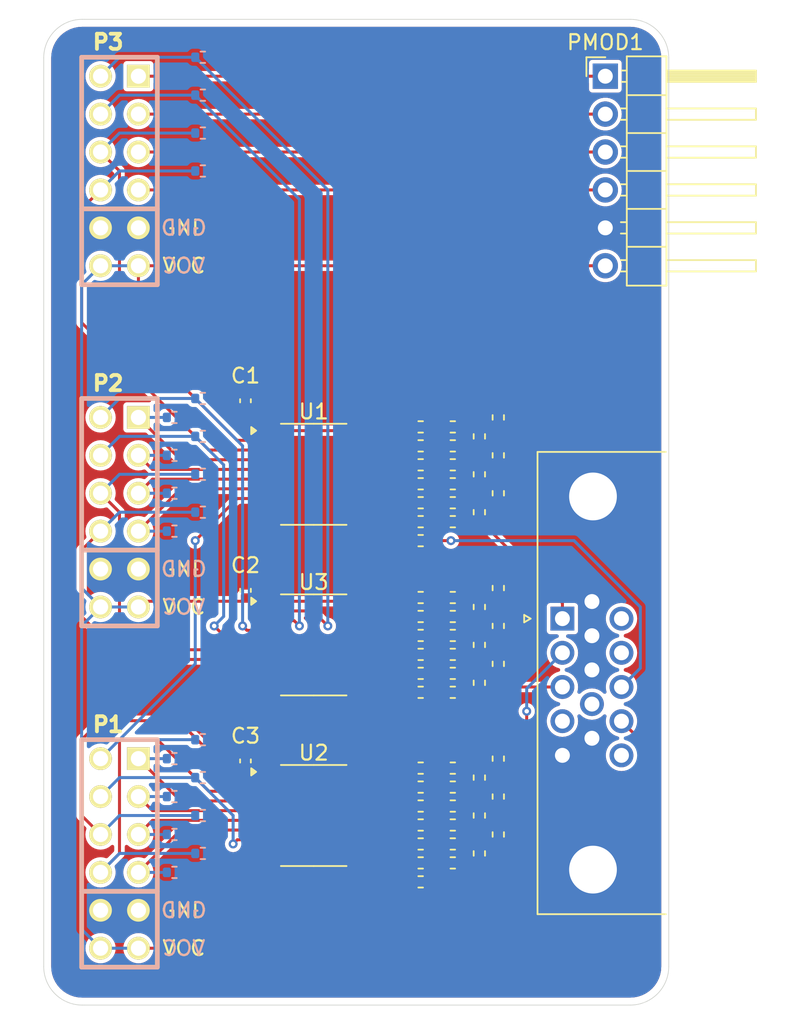
<source format=kicad_pcb>
(kicad_pcb (version 20240108) (generator "pcbnew") (generator_version "8.0")
  (layers (0 "F.Cu" signal) (31 "B.Cu" signal) (34 "B.Paste" user) (35 "F.Paste" user) (36 "B.SilkS" user "B.Silkscreen") (37 "F.SilkS" user "F.Silkscreen") (38 "B.Mask" user) (39 "F.Mask" user) (44 "Edge.Cuts" user))
  (net 0 "")
  (net 1 "/GND")
  (net 2 "/VCC")
  (net 3 "/R5")
  (net 4 "/R2")
  (net 5 "/R4")
  (net 6 "/R3")
  (net 7 "/R1")
  (net 8 "/R0")
  (net 10 "/B")
  (net 11 "Net-(J5-Pad14)")
  (net 12 "/G")
  (net 13 "/R")
  (net 18 "Net-(J5-Pad13)")
  (net 19 "/HS")
  (net 20 "Net-(R21-Pad1)")
  (net 21 "Net-(R22-Pad1)")
  (net 22 "Net-(R23-Pad1)")
  (net 23 "Net-(R24-Pad1)")
  (net 24 "Net-(R25-Pad1)")
  (net 25 "Net-(R27-Pad1)")
  (net 26 "Net-(R28-Pad1)")
  (net 27 "Net-(R29-Pad1)")
  (net 28 "Net-(R30-Pad1)")
  (net 29 "Net-(R31-Pad1)")
  (net 30 "Net-(R33-Pad1)")
  (net 31 "Net-(R34-Pad1)")
  (net 32 "Net-(R35-Pad1)")
  (net 33 "Net-(R36-Pad1)")
  (net 34 "Net-(R37-Pad1)")
  (net 35 "/BUF_HS")
  (net 36 "/BUF_VS")
  (net 37 "/BUF_R5")
  (net 38 "Net-(R41-Pad1)")
  (net 39 "/BUF_R4")
  (net 40 "Net-(R43-Pad1)")
  (net 41 "Net-(R45-Pad1)")
  (net 42 "/BUF_R3")
  (net 43 "/BUF_R2")
  (net 44 "Net-(R47-Pad1)")
  (net 45 "Net-(R49-Pad1)")
  (net 46 "/BUF_R1")
  (net 47 "/BUF_R0")
  (net 48 "Net-(R51-Pad1)")
  (net 49 "/BUF_G5")
  (net 50 "Net-(R53-Pad1)")
  (net 51 "/BUF_G4")
  (net 52 "Net-(R55-Pad1)")
  (net 53 "/BUF_G3")
  (net 54 "Net-(R57-Pad1)")
  (net 55 "Net-(R59-Pad1)")
  (net 56 "/BUF_G2")
  (net 57 "/BUF_G1")
  (net 58 "Net-(R61-Pad1)")
  (net 59 "Net-(R63-Pad1)")
  (net 60 "/BUF_G0")
  (net 61 "/BUF_B5")
  (net 62 "Net-(R65-Pad1)")
  (net 63 "/BUF_B4")
  (net 64 "Net-(R67-Pad1)")
  (net 65 "/BUF_B3")
  (net 66 "Net-(R69-Pad1)")
  (net 67 "Net-(R71-Pad1)")
  (net 68 "/BUF_B2")
  (net 69 "Net-(R73-Pad1)")
  (net 70 "/BUF_B1")
  (net 71 "/BUF_B0")
  (net 72 "Net-(R75-Pad1)")
  (net 81 "/B3")
  (net 82 "/B5")
  (net 83 "/B4")
  (net 84 "/B2")
  (net 85 "/G5")
  (net 86 "/G4")
  (net 87 "/G3")
  (net 88 "/B1")
  (net 89 "/G2")
  (net 90 "/B0")
  (net 91 "/G1")
  (net 92 "/IO3")
  (net 93 "/IO1")
  (net 94 "/IO2")
  (net 95 "/G0")
  (net 96 "/IO0")
  (net 97 "/VS")
  (footprint "Resistor_SMD:R_0402_1005Metric" (layer "F.Cu") (at 155.3825 93.98 -90)
    (property "Reference" "R21" (hide yes))
    (property "Value" "274")
  )
  (footprint "Connector_Dsub:DSUB-15-HD_Female_Horizontal_P2.29x1.98mm_EdgePinOffset3.03mm_Housed_MountingHolesOffset4.94mm" (layer "F.Cu") (at 160.9525 101.11 90)
    (property "Reference" "J5" (hide yes))
    (property "Value" "DE15_Receptacle_HighDensity_MountingHoles")
  )
  (footprint "Resistor_SMD:R_0402_1005Metric" (layer "F.Cu") (at 151.447499 103.505 180)
    (property "Reference" "R69" (hide yes))
    (property "Value" "274")
  )
  (footprint "Capacitor_SMD:C_0402_1005Metric" (layer "F.Cu") (at 139.7 99.215 -90)
    (property "Reference" "C2")
    (property "Value" "1u")
  )
  (footprint "Resistor_SMD:R_0402_1005Metric" (layer "F.Cu") (at 151.447499 90.805 180)
    (property "Reference" "R47" (hide yes))
    (property "Value" "274")
  )
  (footprint "Resistor_SMD:R_0402_1005Metric" (layer "F.Cu") (at 153.602501 113.665 180)
    (property "Reference" "R60" (hide yes))
    (property "Value" "274")
  )
  (footprint "Resistor_SMD:R_0402_1005Metric" (layer "F.Cu") (at 151.447499 104.775 180)
    (property "Reference" "R67" (hide yes))
    (property "Value" "274")
  )
  (footprint "Package_SO:TSSOP-20_4.4x6.5mm_P0.65mm" (layer "F.Cu") (at 144.275 102.87)
    (property "Reference" "U3")
    (property "Value" "SN74LVC245APW")
  )
  (footprint "pmod-conn_6x2:pmod_pin_array_6x2" (layer "F.Cu") (at 131.2525 71.12)
    (property "Reference" "P3")
    (property "Value" "PMOD-Device-x2-Type-Generic-Alt" (hide yes))
  )
  (footprint "Resistor_SMD:R_0402_1005Metric" (layer "F.Cu") (at 156.6525 92.71 -90)
    (property "Reference" "R22" (hide yes))
    (property "Value" "274")
  )
  (footprint "Resistor_SMD:R_0402_1005Metric" (layer "F.Cu") (at 151.447499 99.695 180)
    (property "Reference" "R75" (hide yes))
    (property "Value" "274")
  )
  (footprint "Resistor_SMD:R_0402_1005Metric" (layer "F.Cu") (at 151.447499 114.935 180)
    (property "Reference" "R57" (hide yes))
    (property "Value" "274")
  )
  (footprint "Resistor_SMD:R_0402_1005Metric" (layer "F.Cu") (at 156.6525 87.63 -90)
    (property "Reference" "R26" (hide yes))
    (property "Value" "274")
  )
  (footprint "Resistor_SMD:R_0402_1005Metric" (layer "F.Cu") (at 151.447499 106.045 180)
    (property "Reference" "R65" (hide yes))
    (property "Value" "274")
  )
  (footprint "Resistor_SMD:R_0402_1005Metric" (layer "F.Cu") (at 153.602501 92.075 180)
    (property "Reference" "R46" (hide yes))
    (property "Value" "274")
  )
  (footprint "Resistor_SMD:R_0402_1005Metric" (layer "F.Cu") (at 151.447499 95.885 180)
    (property "Reference" "R39" (hide yes))
    (property "Value" "274")
  )
  (footprint "Resistor_SMD:R_0402_1005Metric" (layer "F.Cu") (at 151.447499 89.535 180)
    (property "Reference" "R49" (hide yes))
    (property "Value" "274")
  )
  (footprint "Resistor_SMD:R_0402_1005Metric" (layer "F.Cu") (at 153.602501 102.235 180)
    (property "Reference" "R72" (hide yes))
    (property "Value" "274")
  )
  (footprint "Capacitor_SMD:C_0402_1005Metric" (layer "F.Cu") (at 139.7 86.515 -90)
    (property "Reference" "C1")
    (property "Value" "1u")
  )
  (footprint "Resistor_SMD:R_0402_1005Metric" (layer "F.Cu") (at 151.447499 102.235 180)
    (property "Reference" "R71" (hide yes))
    (property "Value" "274")
  )
  (footprint "Resistor_SMD:R_0402_1005Metric" (layer "F.Cu") (at 155.3825 111.76 -90)
    (property "Reference" "R31" (hide yes))
    (property "Value" "274")
  )
  (footprint "Connector_PinHeader_2.54mm:PinHeader_1x06_P2.54mm_Horizontal" (layer "F.Cu") (at 163.83 64.77)
    (property "Reference" "PMOD1")
    (property "Value" "PMOD-Host-x1-GPIO")
  )
  (footprint "Resistor_SMD:R_0402_1005Metric" (layer "F.Cu") (at 156.6525 113.03 -90)
    (property "Reference" "R30" (hide yes))
    (property "Value" "274")
  )
  (footprint "Resistor_SMD:R_0402_1005Metric" (layer "F.Cu") (at 156.6525 104.14 -90)
    (property "Reference" "R34" (hide yes))
    (property "Value" "274")
  )
  (footprint "Resistor_SMD:R_0402_1005Metric" (layer "F.Cu") (at 153.602501 106.045 180)
    (property "Reference" "R66" (hide yes))
    (property "Value" "274")
  )
  (footprint "Resistor_SMD:R_0402_1005Metric" (layer "F.Cu") (at 153.602501 112.395 180)
    (property "Reference" "R62" (hide yes))
    (property "Value" "274")
  )
  (footprint "Resistor_SMD:R_0402_1005Metric" (layer "F.Cu") (at 151.447499 88.265 180)
    (property "Reference" "R51" (hide yes))
    (property "Value" "274")
  )
  (footprint "Resistor_SMD:R_0402_1005Metric" (layer "F.Cu") (at 156.6525 110.49 -90)
    (property "Reference" "R32" (hide yes))
    (property "Value" "274")
  )
  (footprint "Resistor_SMD:R_0402_1005Metric" (layer "F.Cu") (at 151.447499 118.745 180)
    (property "Reference" "R40" (hide yes))
    (property "Value" "274")
  )
  (footprint "Resistor_SMD:R_0402_1005Metric" (layer "F.Cu") (at 156.6525 99.06 -90)
    (property "Reference" "R38" (hide yes))
    (property "Value" "274")
  )
  (footprint "Resistor_SMD:R_0402_1005Metric" (layer "F.Cu") (at 153.602501 99.695 180)
    (property "Reference" "R76" (hide yes))
    (property "Value" "274")
  )
  (footprint "Package_SO:TSSOP-20_4.4x6.5mm_P0.65mm" (layer "F.Cu") (at 144.275 91.44)
    (property "Reference" "U1")
    (property "Value" "SN74LVC245APW")
  )
  (footprint "Capacitor_SMD:C_0402_1005Metric" (layer "F.Cu") (at 139.7 110.645 -90)
    (property "Reference" "C3")
    (property "Value" "1u")
  )
  (footprint "Resistor_SMD:R_0402_1005Metric" (layer "F.Cu") (at 151.447499 113.665 180)
    (property "Reference" "R59" (hide yes))
    (property "Value" "274")
  )
  (footprint "Resistor_SMD:R_0402_1005Metric" (layer "F.Cu") (at 153.6025 100.965 180)
    (property "Reference" "R74" (hide yes))
    (property "Value" "274")
  )
  (footprint "Resistor_SMD:R_0402_1005Metric" (layer "F.Cu") (at 153.602501 89.535 180)
    (property "Reference" "R50" (hide yes))
    (property "Value" "274")
  )
  (footprint "Resistor_SMD:R_0402_1005Metric" (layer "F.Cu") (at 151.447499 111.125 180)
    (property "Reference" "R63" (hide yes))
    (property "Value" "274")
  )
  (footprint "Resistor_SMD:R_0402_1005Metric" (layer "F.Cu") (at 156.6525 90.17 -90)
    (property "Reference" "R24" (hide yes))
    (property "Value" "274")
  )
  (footprint "Resistor_SMD:R_0402_1005Metric" (layer "F.Cu") (at 156.6525 115.57 -90)
    (property "Reference" "R28" (hide yes))
    (property "Value" "274")
  )
  (footprint "Resistor_SMD:R_0402_1005Metric" (layer "F.Cu") (at 153.602501 90.805 180)
    (property "Reference" "R48" (hide yes))
    (property "Value" "274")
  )
  (footprint "Resistor_SMD:R_0402_1005Metric" (layer "F.Cu") (at 153.602501 93.345 180)
    (property "Reference" "R44" (hide yes))
    (property "Value" "274")
  )
  (footprint "Resistor_SMD:R_0402_1005Metric" (layer "F.Cu") (at 155.3825 114.3 -90)
    (property "Reference" "R29" (hide yes))
    (property "Value" "274")
  )
  (footprint "Resistor_SMD:R_0402_1005Metric" (layer "F.Cu") (at 155.3825 91.44 -90)
    (property "Reference" "R23" (hide yes))
    (property "Value" "274")
  )
  (footprint "Resistor_SMD:R_0402_1005Metric" (layer "F.Cu") (at 151.447499 94.615 180)
    (property "Reference" "R41" (hide yes))
    (property "Value" "274")
  )
  (footprint "pmod-conn_6x2:pmod_pin_array_6x2" (layer "F.Cu") (at 131.2525 93.98)
    (property "Reference" "P2")
    (property "Value" "PMOD-Device-x2-Type-Generic-Alt" (hide yes))
  )
  (footprint "Resistor_SMD:R_0402_1005Metric" (layer "F.Cu") (at 151.447499 100.965 180)
    (property "Reference" "R73" (hide yes))
    (property "Value" "274")
  )
  (footprint "pmod-conn_6x2:pmod_pin_array_6x2" (layer "F.Cu") (at 131.2525 116.84)
    (property "Reference" "P1")
    (property "Value" "PMOD-Device-x2-Type-Generic-Alt" (hide yes))
  )
  (footprint "Resistor_SMD:R_0402_1005Metric" (layer "F.Cu") (at 153.602501 94.615 180)
    (property "Reference" "R42" (hide yes))
    (property "Value" "274")
  )
  (footprint "Resistor_SMD:R_0402_1005Metric" (layer "F.Cu") (at 153.602501 111.125 180)
    (property "Reference" "R64" (hide yes))
    (property "Value" "274")
  )
  (footprint "Resistor_SMD:R_0402_1005Metric" (layer "F.Cu") (at 151.447499 112.395 180)
    (property "Reference" "R61" (hide yes))
    (property "Value" "274")
  )
  (footprint "Resistor_SMD:R_0402_1005Metric" (layer "F.Cu") (at 155.3825 105.41 -90)
    (property "Reference" "R33" (hide yes))
    (property "Value" "274")
  )
  (footprint "Resistor_SMD:R_0402_1005Metric" (layer "F.Cu") (at 155.3825 100.33 -90)
    (property "Reference" "R37" (hide yes))
    (property "Value" "274")
  )
  (footprint "Resistor_SMD:R_0402_1005Metric" (layer "F.Cu") (at 155.3825 88.9 -90)
    (property "Reference" "R25" (hide yes))
    (property "Value" "274")
  )
  (footprint "Package_SO:TSSOP-20_4.4x6.5mm_P0.65mm" (layer "F.Cu") (at 144.275 114.3)
    (property "Reference" "U2")
    (property "Value" "SN74LVC245APW")
  )
  (footprint "Resistor_SMD:R_0402_1005Metric" (layer "F.Cu") (at 153.602501 114.935 180)
    (property "Reference" "R58" (hide yes))
    (property "Value" "274")
  )
  (footprint "Resistor_SMD:R_0402_1005Metric" (layer "F.Cu") (at 151.4475 92.075 180)
    (property "Reference" "R45" (hide yes))
    (property "Value" "274")
  )
  (footprint "Resistor_SMD:R_0402_1005Metric" (layer "F.Cu") (at 153.602501 104.775 180)
    (property "Reference" "R68" (hide yes))
    (property "Value" "274")
  )
  (footprint "Resistor_SMD:R_0402_1005Metric" (layer "F.Cu") (at 153.602501 116.205 180)
    (property "Reference" "R56" (hide yes))
    (property "Value" "274")
  )
  (footprint "Resistor_SMD:R_0402_1005Metric" (layer "F.Cu") (at 151.447499 116.205 180)
    (property "Reference" "R55" (hide yes))
    (property "Value" "274")
  )
  (footprint "Resistor_SMD:R_0402_1005Metric" (layer "F.Cu") (at 153.602501 117.475 180)
    (property "Reference" "R54" (hide yes))
    (property "Value" "274")
  )
  (footprint "Resistor_SMD:R_0402_1005Metric" (layer "F.Cu") (at 153.6025 103.505 180)
    (property "Reference" "R70" (hide yes))
    (property "Value" "274")
  )
  (footprint "Resistor_SMD:R_0402_1005Metric" (layer "F.Cu") (at 151.447499 117.475 180)
    (property "Reference" "R53" (hide yes))
    (property "Value" "274")
  )
  (footprint "Resistor_SMD:R_0402_1005Metric" (layer "F.Cu") (at 155.3825 116.84 -90)
    (property "Reference" "R27" (hide yes))
    (property "Value" "274")
  )
  (footprint "Resistor_SMD:R_0402_1005Metric" (layer "F.Cu") (at 155.3825 102.87 -90)
    (property "Reference" "R35" (hide yes))
    (property "Value" "274")
  )
  (footprint "Resistor_SMD:R_0402_1005Metric" (layer "F.Cu") (at 156.6525 101.6 -90)
    (property "Reference" "R36" (hide yes))
    (property "Value" "274")
  )
  (footprint "Resistor_SMD:R_0402_1005Metric" (layer "F.Cu") (at 153.602501 88.265 180)
    (property "Reference" "R52" (hide yes))
    (property "Value" "274")
  )
  (footprint "Resistor_SMD:R_0402_1005Metric" (layer "F.Cu") (at 151.447499 93.345 180)
    (property "Reference" "R43" (hide yes))
    (property "Value" "274")
  )
  (footprint "Resistor_SMD:R_0402_1005Metric" (layer "B.Cu") (at 136.842499 109.22)
    (property "Reference" "R7" (hide yes))
    (property "Value" "100k")
  )
  (footprint "Resistor_SMD:R_0402_1005Metric" (layer "B.Cu") (at 136.8425 71.12 180)
    (property "Reference" "R2" (hide yes))
    (property "Value" "100k")
  )
  (footprint "Resistor_SMD:R_0402_1005Metric" (layer "B.Cu") (at 134.9375 110.49 180)
    (property "Reference" "R10" (hide yes))
    (property "Value" "100k")
  )
  (footprint "Resistor_SMD:R_0402_1005Metric" (layer "B.Cu") (at 136.8425 68.58 180)
    (property "Reference" "R1" (hide yes))
    (property "Value" "100k")
  )
  (footprint "Resistor_SMD:R_0402_1005Metric" (layer "B.Cu") (at 134.937499 92.71)
    (property "Reference" "R5" (hide yes))
    (property "Value" "100k")
  )
  (footprint "Resistor_SMD:R_0402_1005Metric" (layer "B.Cu") (at 136.8425 63.5 180)
    (property "Reference" "R15" (hide yes))
    (property "Value" "100k")
  )
  (footprint "Resistor_SMD:R_0402_1005Metric" (layer "B.Cu") (at 134.937499 113.03)
    (property "Reference" "R11" (hide yes))
    (property "Value" "100k")
  )
  (footprint "Resistor_SMD:R_0402_1005Metric" (layer "B.Cu") (at 134.937499 95.25)
    (property "Reference" "R6" (hide yes))
    (property "Value" "100k")
  )
  (footprint "Resistor_SMD:R_0402_1005Metric" (layer "B.Cu") (at 136.842499 111.76)
    (property "Reference" "R14" (hide yes))
    (property "Value" "100k")
  )
  (footprint "Resistor_SMD:R_0402_1005Metric" (layer "B.Cu") (at 136.8425 116.84 180)
    (property "Reference" "R9" (hide yes))
    (property "Value" "100k")
  )
  (footprint "Resistor_SMD:R_0402_1005Metric" (layer "B.Cu") (at 136.8425 66.04 180)
    (property "Reference" "R16" (hide yes))
    (property "Value" "100k")
  )
  (footprint "Resistor_SMD:R_0402_1005Metric" (layer "B.Cu") (at 134.937499 90.17)
    (property "Reference" "R4" (hide yes))
    (property "Value" "100k")
  )
  (footprint "Resistor_SMD:R_0402_1005Metric" (layer "B.Cu") (at 136.842499 91.44)
    (property "Reference" "R19" (hide yes))
    (property "Value" "100k")
  )
  (footprint "Resistor_SMD:R_0402_1005Metric" (layer "B.Cu") (at 134.937499 115.57)
    (property "Reference" "R12" (hide yes))
    (property "Value" "100k")
  )
  (footprint "Resistor_SMD:R_0402_1005Metric" (layer "B.Cu") (at 136.842499 93.98)
    (property "Reference" "R20" (hide yes))
    (property "Value" "100k")
  )
  (footprint "Resistor_SMD:R_0402_1005Metric" (layer "B.Cu") (at 136.8425 114.3 180)
    (property "Reference" "R8" (hide yes))
    (property "Value" "100k")
  )
  (footprint "Resistor_SMD:R_0402_1005Metric" (layer "B.Cu") (at 136.842499 88.9)
    (property "Reference" "R18" (hide yes))
    (property "Value" "100k")
  )
  (footprint "Resistor_SMD:R_0402_1005Metric" (layer "B.Cu") (at 136.8425 86.36 180)
    (property "Reference" "R17" (hide yes))
    (property "Value" "100k")
  )
  (footprint "Resistor_SMD:R_0402_1005Metric" (layer "B.Cu") (at 134.9375 87.63 180)
    (property "Reference" "R3" (hide yes))
    (property "Value" "100k")
  )
  (footprint "Resistor_SMD:R_0402_1005Metric" (layer "B.Cu") (at 134.937499 118.11)
    (property "Reference" "R13" (hide yes))
    (property "Value" "100k")
  )
  (gr_arc (start 168.0825 124.42) (mid 167.326835 126.244335) (end 165.5025 127) (stroke (width 0.05)) (layer "Edge.Cuts"))
  (gr_arc (start 128.7525 127) (mid 126.928165 126.244335) (end 126.1725 124.42) (stroke (width 0.05)) (layer "Edge.Cuts"))
  (gr_arc (start 165.5025 60.96) (mid 167.326835 61.715665) (end 168.0825 63.54) (stroke (width 0.05)) (layer "Edge.Cuts"))
  (gr_arc (start 126.1725 63.54) (mid 126.928165 61.715665) (end 128.7525 60.96) (stroke (width 0.05)) (layer "Edge.Cuts"))
  (gr_line (start 168.0825 63.54) (end 168.0825 124.42) (stroke (width 0.05)) (layer "Edge.Cuts"))
  (gr_line (start 126.1725 124.42) (end 126.1725 63.54) (stroke (width 0.05)) (layer "Edge.Cuts"))
  (gr_line (start 165.5025 127) (end 128.7525 127) (stroke (width 0.05)) (layer "Edge.Cuts"))
  (gr_line (start 128.7525 60.96) (end 165.5025 60.96) (stroke (width 0.05)) (layer "Edge.Cuts"))
  (segment (start 142.6825 117.260956) (end 136.753456 123.19) (width 0.2) (layer "F.Cu") (net 2))
  (segment (start 132.5225 80.01) (end 141.0275 88.515) (width 0.2) (layer "F.Cu") (net 2))
  (segment (start 142.6825 111.375) (end 147.1375 111.375) (width 0.2) (layer "F.Cu") (net 2))
  (segment (start 132.5225 100.33) (end 132.9075 99.945) (width 0.2) (layer "F.Cu") (net 2))
  (segment (start 163.83 77.47) (end 132.5225 77.47) (width 0.2) (layer "F.Cu") (net 2))
  (segment (start 141.4125 111.375) (end 142.6825 111.375) (width 0.2) (layer "F.Cu") (net 2))
  (segment (start 132.5225 77.47) (end 132.5225 80.01) (width 0.2) (layer "F.Cu") (net 2))
  (segment (start 141.0275 88.515) (end 141.4125 88.515) (width 0.2) (layer "F.Cu") (net 2))
  (segment (start 141.4125 99.945) (end 147.1375 99.945) (width 0.2) (layer "F.Cu") (net 2))
  (segment (start 136.753456 123.19) (end 132.5225 123.19) (width 0.2) (layer "F.Cu") (net 2))
  (segment (start 141.4125 88.515) (end 147.1375 88.515) (width 0.2) (layer "F.Cu") (net 2))
  (segment (start 139.95 111.375) (end 139.7 111.125) (width 0.2) (layer "F.Cu") (net 2))
  (segment (start 141.4125 111.375) (end 139.95 111.375) (width 0.2) (layer "F.Cu") (net 2))
  (segment (start 142.6825 111.375) (end 142.6825 117.260956) (width 0.2) (layer "F.Cu") (net 2))
  (segment (start 132.9075 99.945) (end 141.4125 99.945) (width 0.2) (layer "F.Cu") (net 2))
  (segment (start 128.7125 99.06) (end 128.7125 78.74) (width 0.2) (layer "B.Cu") (net 2))
  (segment (start 129.9825 123.19) (end 132.5225 123.19) (width 0.2) (layer "B.Cu") (net 2))
  (segment (start 128.7125 121.92) (end 129.9825 123.19) (width 0.2) (layer "B.Cu") (net 2))
  (segment (start 129.9825 100.33) (end 128.7125 101.6) (width 0.2) (layer "B.Cu") (net 2))
  (segment (start 129.9825 100.33) (end 132.5225 100.33) (width 0.2) (layer "B.Cu") (net 2))
  (segment (start 129.9825 77.47) (end 132.5225 77.47) (width 0.2) (layer "B.Cu") (net 2))
  (segment (start 128.7125 78.74) (end 129.9825 77.47) (width 0.2) (layer "B.Cu") (net 2))
  (segment (start 129.9825 100.33) (end 128.7125 99.06) (width 0.2) (layer "B.Cu") (net 2))
  (segment (start 128.7125 101.6) (end 128.7125 121.92) (width 0.2) (layer "B.Cu") (net 2))
  (segment (start 132.5225 95.25) (end 135.3575 92.415) (width 0.2) (layer "F.Cu") (net 3))
  (segment (start 135.3575 92.415) (end 141.4125 92.415) (width 0.2) (layer "F.Cu") (net 3))
  (segment (start 132.5225 95.25) (end 134.4275 95.25) (width 0.2) (layer "B.Cu") (net 3))
  (segment (start 135.3575 90.465) (end 132.5225 87.63) (width 0.2) (layer "F.Cu") (net 4))
  (segment (start 141.4125 90.465) (end 135.3575 90.465) (width 0.2) (layer "F.Cu") (net 4))
  (segment (start 132.5225 87.63) (end 134.4275 87.63) (width 0.2) (layer "B.Cu") (net 4))
  (segment (start 141.4125 91.765) (end 133.4675 91.765) (width 0.2) (layer "F.Cu") (net 5))
  (segment (start 133.4675 91.765) (end 132.5225 92.71) (width 0.2) (layer "F.Cu") (net 5))
  (segment (start 132.5225 92.71) (end 134.4275 92.71) (width 0.2) (layer "B.Cu") (net 5))
  (segment (start 133.4675 91.115) (end 141.4125 91.115) (width 0.2) (layer "F.Cu") (net 6))
  (segment (start 132.5225 90.17) (end 133.4675 91.115) (width 0.2) (layer "F.Cu") (net 6))
  (segment (start 132.5225 90.17) (end 134.4275 90.17) (width 0.2) (layer "B.Cu") (net 6))
  (segment (start 129.9825 72.39) (end 128.7125 73.66) (width 0.2) (layer "F.Cu") (net 7))
  (segment (start 128.7125 81.28) (end 137.2475 89.815) (width 0.2) (layer "F.Cu") (net 7))
  (segment (start 137.2475 89.815) (end 141.4125 89.815) (width 0.2) (layer "F.Cu") (net 7))
  (segment (start 128.7125 73.66) (end 128.7125 81.28) (width 0.2) (layer "F.Cu") (net 7))
  (segment (start 131.2525 71.12) (end 136.3325 71.12) (width 0.2) (layer "B.Cu") (net 7))
  (segment (start 129.9825 72.39) (end 131.2525 71.12) (width 0.2) (layer "B.Cu") (net 7))
  (segment (start 129.9825 69.85) (end 131.2525 71.12) (width 0.2) (layer "F.Cu") (net 8))
  (segment (start 131.2525 71.12) (end 131.2525 81.28) (width 0.2) (layer "F.Cu") (net 8))
  (segment (start 131.2525 81.28) (end 139.1375 89.165) (width 0.2) (layer "F.Cu") (net 8))
  (segment (start 139.1375 89.165) (end 141.4125 89.165) (width 0.2) (layer "F.Cu") (net 8))
  (segment (start 131.2525 68.58) (end 136.3325 68.58) (width 0.2) (layer "B.Cu") (net 8))
  (segment (start 129.9825 69.85) (end 131.2525 68.58) (width 0.2) (layer "B.Cu") (net 8))
  (segment (start 155.612499 105.69) (end 155.3825 105.919999) (width 0.2) (layer "F.Cu") (net 10))
  (segment (start 154.1125 106.045) (end 155.257499 106.045) (width 0.2) (layer "F.Cu") (net 10))
  (segment (start 155.257499 106.045) (end 155.3825 105.919999) (width 0.2) (layer "F.Cu") (net 10))
  (segment (start 160.9525 105.69) (end 155.612499 105.69) (width 0.2) (layer "F.Cu") (net 10))
  (segment (start 158.5575 118.745) (end 151.957498 118.745) (width 0.2) (layer "F.Cu") (net 11))
  (segment (start 164.9125 107.98) (end 166.1775 109.245) (width 0.2) (layer "F.Cu") (net 11))
  (segment (start 166.1775 111.125) (end 158.5575 118.745) (width 0.2) (layer "F.Cu") (net 11))
  (segment (start 166.1775 109.245) (end 166.1775 111.125) (width 0.2) (layer "F.Cu") (net 11))
  (segment (start 154.1125 117.475) (end 155.257499 117.475) (width 0.2) (layer "F.Cu") (net 12))
  (segment (start 158.5575 115.57) (end 156.777501 117.349999) (width 0.2) (layer "F.Cu") (net 12))
  (segment (start 158.5575 107.315) (end 158.5575 115.57) (width 0.2) (layer "F.Cu") (net 12))
  (segment (start 156.777501 117.349999) (end 155.3825 117.349999) (width 0.2) (layer "F.Cu") (net 12))
  (segment (start 155.257499 117.475) (end 155.3825 117.349999) (width 0.2) (layer "F.Cu") (net 12))
  (via (at 158.5575 107.315) (size 0.6) (drill 0.3) (layers "F.Cu" "B.Cu") (net 12))
  (segment (start 160.9525 103.4) (end 158.5575 105.795) (width 0.2) (layer "B.Cu") (net 12))
  (segment (start 158.5575 105.795) (end 158.5575 107.315) (width 0.2) (layer "B.Cu") (net 12))
  (segment (start 154.1125 94.615) (end 155.257499 94.615) (width 0.2) (layer "F.Cu") (net 13))
  (segment (start 160.9525 100.059999) (end 155.3825 94.489999) (width 0.2) (layer "F.Cu") (net 13))
  (segment (start 160.9525 101.11) (end 160.9525 100.059999) (width 0.2) (layer "F.Cu") (net 13))
  (segment (start 155.257499 94.615) (end 155.3825 94.489999) (width 0.2) (layer "F.Cu") (net 13))
  (segment (start 151.957498 95.885) (end 153.4775 95.885) (width 0.2) (layer "F.Cu") (net 18))
  (via (at 153.4775 95.885) (size 0.6) (drill 0.3) (layers "F.Cu" "B.Cu") (net 18))
  (segment (start 166.1775 104.425) (end 164.9125 105.69) (width 0.2) (layer "B.Cu") (net 18))
  (segment (start 161.7325 95.885) (end 166.1775 100.33) (width 0.2) (layer "B.Cu") (net 18))
  (segment (start 166.1775 100.33) (end 166.1775 104.425) (width 0.2) (layer "B.Cu") (net 18))
  (segment (start 153.4775 95.885) (end 161.7325 95.885) (width 0.2) (layer "B.Cu") (net 18))
  (segment (start 141.4125 93.065) (end 139.1525 93.065) (width 0.2) (layer "F.Cu") (net 19))
  (segment (start 139.1525 93.065) (end 136.3325 95.885) (width 0.2) (layer "F.Cu") (net 19))
  (via (at 136.3325 95.885) (size 0.6) (drill 0.3) (layers "F.Cu" "B.Cu") (net 19))
  (segment (start 136.3325 95.885) (end 136.3325 104.14) (width 0.2) (layer "B.Cu") (net 19))
  (segment (start 131.2525 109.22) (end 136.3325 109.22) (width 0.2) (layer "B.Cu") (net 19))
  (segment (start 129.9825 110.49) (end 131.2525 109.22) (width 0.2) (layer "B.Cu") (net 19))
  (segment (start 136.3325 104.14) (end 131.2525 109.22) (width 0.2) (layer "B.Cu") (net 19))
  (segment (start 156.6525 93.219999) (end 155.632502 93.219999) (width 0.2) (layer "F.Cu") (net 20))
  (segment (start 155.257499 93.345) (end 155.3825 93.470001) (width 0.2) (layer "F.Cu") (net 20))
  (segment (start 154.1125 93.345) (end 155.257499 93.345) (width 0.2) (layer "F.Cu") (net 20))
  (segment (start 155.632502 93.219999) (end 155.3825 93.470001) (width 0.2) (layer "F.Cu") (net 20))
  (segment (start 154.1125 92.075) (end 155.257499 92.075) (width 0.2) (layer "F.Cu") (net 21))
  (segment (start 156.6525 92.200001) (end 155.632502 92.200001) (width 0.2) (layer "F.Cu") (net 21))
  (segment (start 155.257499 92.075) (end 155.3825 91.949999) (width 0.2) (layer "F.Cu") (net 21))
  (segment (start 155.632502 92.200001) (end 155.3825 91.949999) (width 0.2) (layer "F.Cu") (net 21))
  (segment (start 155.632502 90.679999) (end 155.3825 90.930001) (width 0.2) (layer "F.Cu") (net 22))
  (segment (start 154.1125 90.805) (end 155.257499 90.805) (width 0.2) (layer "F.Cu") (net 22))
  (segment (start 156.6525 90.679999) (end 155.632502 90.679999) (width 0.2) (layer "F.Cu") (net 22))
  (segment (start 155.257499 90.805) (end 155.3825 90.930001) (width 0.2) (layer "F.Cu") (net 22))
  (segment (start 154.1125 89.535) (end 155.257499 89.535) (width 0.2) (layer "F.Cu") (net 23))
  (segment (start 155.257499 89.535) (end 155.3825 89.409999) (width 0.2) (layer "F.Cu") (net 23))
  (segment (start 156.6525 89.660001) (end 155.632502 89.660001) (width 0.2) (layer "F.Cu") (net 23))
  (segment (start 155.632502 89.660001) (end 155.3825 89.409999) (width 0.2) (layer "F.Cu") (net 23))
  (segment (start 155.257499 88.265) (end 155.3825 88.390001) (width 0.2) (layer "F.Cu") (net 24))
  (segment (start 154.1125 88.265) (end 155.257499 88.265) (width 0.2) (layer "F.Cu") (net 24))
  (segment (start 156.6525 88.139999) (end 155.632502 88.139999) (width 0.2) (layer "F.Cu") (net 24))
  (segment (start 155.632502 88.139999) (end 155.3825 88.390001) (width 0.2) (layer "F.Cu") (net 24))
  (segment (start 155.257499 116.205) (end 155.3825 116.330001) (width 0.2) (layer "F.Cu") (net 25))
  (segment (start 155.632502 116.079999) (end 155.3825 116.330001) (width 0.2) (layer "F.Cu") (net 25))
  (segment (start 154.1125 116.205) (end 155.257499 116.205) (width 0.2) (layer "F.Cu") (net 25))
  (segment (start 156.6525 116.079999) (end 155.632502 116.079999) (width 0.2) (layer "F.Cu") (net 25))
  (segment (start 156.6525 115.060001) (end 155.632502 115.060001) (width 0.2) (layer "F.Cu") (net 26))
  (segment (start 155.632502 115.060001) (end 155.3825 114.809999) (width 0.2) (layer "F.Cu") (net 26))
  (segment (start 154.1125 114.935) (end 155.257499 114.935) (width 0.2) (layer "F.Cu") (net 26))
  (segment (start 155.257499 114.935) (end 155.3825 114.809999) (width 0.2) (layer "F.Cu") (net 26))
  (segment (start 156.6525 113.539999) (end 155.632502 113.539999) (width 0.2) (layer "F.Cu") (net 27))
  (segment (start 154.1125 113.665) (end 155.257499 113.665) (width 0.2) (layer "F.Cu") (net 27))
  (segment (start 155.632502 113.539999) (end 155.3825 113.790001) (width 0.2) (layer "F.Cu") (net 27))
  (segment (start 155.257499 113.665) (end 155.3825 113.790001) (width 0.2) (layer "F.Cu") (net 27))
  (segment (start 156.6525 112.520001) (end 155.632502 112.520001) (width 0.2) (layer "F.Cu") (net 28))
  (segment (start 155.632502 112.520001) (end 155.3825 112.269999) (width 0.2) (layer "F.Cu") (net 28))
  (segment (start 155.257499 112.395) (end 155.3825 112.269999) (width 0.2) (layer "F.Cu") (net 28))
  (segment (start 154.1125 112.395) (end 155.257499 112.395) (width 0.2) (layer "F.Cu") (net 28))
  (segment (start 155.632502 110.999999) (end 155.3825 111.250001) (width 0.2) (layer "F.Cu") (net 29))
  (segment (start 156.6525 110.999999) (end 155.632502 110.999999) (width 0.2) (layer "F.Cu") (net 29))
  (segment (start 154.1125 111.125) (end 155.257499 111.125) (width 0.2) (layer "F.Cu") (net 29))
  (segment (start 155.257499 111.125) (end 155.3825 111.250001) (width 0.2) (layer "F.Cu") (net 29))
  (segment (start 155.632502 104.649999) (end 155.3825 104.900001) (width 0.2) (layer "F.Cu") (net 30))
  (segment (start 156.6525 104.649999) (end 155.632502 104.649999) (width 0.2) (layer "F.Cu") (net 30))
  (segment (start 155.257499 104.775) (end 155.3825 104.900001) (width 0.2) (layer "F.Cu") (net 30))
  (segment (start 154.1125 104.775) (end 155.257499 104.775) (width 0.2) (layer "F.Cu") (net 30))
  (segment (start 154.112499 103.505) (end 155.257499 103.505) (width 0.2) (layer "F.Cu") (net 31))
  (segment (start 155.257499 103.505) (end 155.3825 103.379999) (width 0.2) (layer "F.Cu") (net 31))
  (segment (start 156.6525 103.630001) (end 155.632502 103.630001) (width 0.2) (layer "F.Cu") (net 31))
  (segment (start 155.632502 103.630001) (end 155.3825 103.379999) (width 0.2) (layer "F.Cu") (net 31))
  (segment (start 154.1125 102.235) (end 155.257499 102.235) (width 0.2) (layer "F.Cu") (net 32))
  (segment (start 155.632502 102.109999) (end 155.3825 102.360001) (width 0.2) (layer "F.Cu") (net 32))
  (segment (start 156.6525 102.109999) (end 155.632502 102.109999) (width 0.2) (layer "F.Cu") (net 32))
  (segment (start 155.257499 102.235) (end 155.3825 102.360001) (width 0.2) (layer "F.Cu") (net 32))
  (segment (start 156.6525 101.090001) (end 155.632502 101.090001) (width 0.2) (layer "F.Cu") (net 33))
  (segment (start 155.632502 101.090001) (end 155.3825 100.839999) (width 0.2) (layer "F.Cu") (net 33))
  (segment (start 155.257499 100.965) (end 155.3825 100.839999) (width 0.2) (layer "F.Cu") (net 33))
  (segment (start 154.112499 100.965) (end 155.257499 100.965) (width 0.2) (layer "F.Cu") (net 33))
  (segment (start 154.1125 99.695) (end 155.257499 99.695) (width 0.2) (layer "F.Cu") (net 34))
  (segment (start 156.6525 99.569999) (end 155.632502 99.569999) (width 0.2) (layer "F.Cu") (net 34))
  (segment (start 155.632502 99.569999) (end 155.3825 99.820001) (width 0.2) (layer "F.Cu") (net 34))
  (segment (start 155.257499 99.695) (end 155.3825 99.820001) (width 0.2) (layer "F.Cu") (net 34))
  (segment (start 148.7675 93.715) (end 150.9375 95.885) (width 0.2) (layer "F.Cu") (net 35))
  (segment (start 147.1375 93.715) (end 148.7675 93.715) (width 0.2) (layer "F.Cu") (net 35))
  (segment (start 147.1375 116.575) (end 148.7675 116.575) (width 0.2) (layer "F.Cu") (net 36))
  (segment (start 148.7675 116.575) (end 150.9375 118.745) (width 0.2) (layer "F.Cu") (net 36))
  (segment (start 149.3875 93.065) (end 150.9375 94.615) (width 0.2) (layer "F.Cu") (net 37))
  (segment (start 147.1375 93.065) (end 149.3875 93.065) (width 0.2) (layer "F.Cu") (net 37))
  (segment (start 151.957498 94.615) (end 152.8425 94.615) (width 0.2) (layer "F.Cu") (net 38))
  (segment (start 150.0075 92.415) (end 150.9375 93.345) (width 0.2) (layer "F.Cu") (net 39))
  (segment (start 147.1375 92.415) (end 150.0075 92.415) (width 0.2) (layer "F.Cu") (net 39))
  (segment (start 151.957498 93.345) (end 152.842499 93.345) (width 0.2) (layer "F.Cu") (net 40))
  (segment (start 151.957499 92.075) (end 152.8425 92.075) (width 0.2) (layer "F.Cu") (net 41))
  (segment (start 150.627501 91.765) (end 150.937501 92.075) (width 0.2) (layer "F.Cu") (net 42))
  (segment (start 147.1375 91.765) (end 150.627501 91.765) (width 0.2) (layer "F.Cu") (net 42))
  (segment (start 147.1375 91.115) (end 150.6275 91.115) (width 0.2) (layer "F.Cu") (net 43))
  (segment (start 150.6275 91.115) (end 150.9375 90.805) (width 0.2) (layer "F.Cu") (net 43))
  (segment (start 151.957498 90.805) (end 152.842501 90.805) (width 0.2) (layer "F.Cu") (net 44))
  (segment (start 151.957498 89.535) (end 152.8425 89.535) (width 0.2) (layer "F.Cu") (net 45))
  (segment (start 147.1375 90.465) (end 150.0075 90.465) (width 0.2) (layer "F.Cu") (net 46))
  (segment (start 150.0075 90.465) (end 150.9375 89.535) (width 0.2) (layer "F.Cu") (net 46))
  (segment (start 147.1375 89.815) (end 149.3875 89.815) (width 0.2) (layer "F.Cu") (net 47))
  (segment (start 149.3875 89.815) (end 150.9375 88.265) (width 0.2) (layer "F.Cu") (net 47))
  (segment (start 151.957498 88.265) (end 152.842501 88.265) (width 0.2) (layer "F.Cu") (net 48))
  (segment (start 147.1375 115.925) (end 149.3875 115.925) (width 0.2) (layer "F.Cu") (net 49))
  (segment (start 149.3875 115.925) (end 150.9375 117.475) (width 0.2) (layer "F.Cu") (net 49))
  (segment (start 151.957498 117.475) (end 153.092502 117.475) (width 0.2) (layer "F.Cu") (net 50))
  (segment (start 147.1375 115.275) (end 150.0075 115.275) (width 0.2) (layer "F.Cu") (net 51))
  (segment (start 150.0075 115.275) (end 150.9375 116.205) (width 0.2) (layer "F.Cu") (net 51))
  (segment (start 151.957498 116.205) (end 153.092502 116.205) (width 0.2) (layer "F.Cu") (net 52))
  (segment (start 150.6275 114.625) (end 150.9375 114.935) (width 0.2) (layer "F.Cu") (net 53))
  (segment (start 147.1375 114.625) (end 150.6275 114.625) (width 0.2) (layer "F.Cu") (net 53))
  (segment (start 151.957498 114.935) (end 153.092502 114.935) (width 0.2) (layer "F.Cu") (net 54))
  (segment (start 151.957498 113.665) (end 153.092502 113.665) (width 0.2) (layer "F.Cu") (net 55))
  (segment (start 150.6275 113.975) (end 150.9375 113.665) (width 0.2) (layer "F.Cu") (net 56))
  (segment (start 147.1375 113.975) (end 150.6275 113.975) (width 0.2) (layer "F.Cu") (net 56))
  (segment (start 147.1375 113.325) (end 150.0075 113.325) (width 0.2) (layer "F.Cu") (net 57))
  (segment (start 150.0075 113.325) (end 150.9375 112.395) (width 0.2) (layer "F.Cu") (net 57))
  (segment (start 151.957498 112.395) (end 153.092502 112.395) (width 0.2) (layer "F.Cu") (net 58))
  (segment (start 151.957498 111.125) (end 153.092502 111.125) (width 0.2) (layer "F.Cu") (net 59))
  (segment (start 149.3875 112.675) (end 150.9375 111.125) (width 0.2) (layer "F.Cu") (net 60))
  (segment (start 147.1375 112.675) (end 149.3875 112.675) (width 0.2) (layer "F.Cu") (net 60))
  (segment (start 149.3875 104.495) (end 150.9375 106.045) (width 0.2) (layer "F.Cu") (net 61))
  (segment (start 147.1375 104.495) (end 149.3875 104.495) (width 0.2) (layer "F.Cu") (net 61))
  (segment (start 151.957498 106.045) (end 153.092502 106.045) (width 0.2) (layer "F.Cu") (net 62))
  (segment (start 147.1375 103.845) (end 150.0075 103.845) (width 0.2) (layer "F.Cu") (net 63))
  (segment (start 150.0075 103.845) (end 150.9375 104.775) (width 0.2) (layer "F.Cu") (net 63))
  (segment (start 151.957498 104.775) (end 153.092502 104.775) (width 0.2) (layer "F.Cu") (net 64))
  (segment (start 150.6275 103.195) (end 150.9375 103.505) (width 0.2) (layer "F.Cu") (net 65))
  (segment (start 147.1375 103.195) (end 150.6275 103.195) (width 0.2) (layer "F.Cu") (net 65))
  (segment (start 151.957498 103.505) (end 153.092501 103.505) (width 0.2) (layer "F.Cu") (net 66))
  (segment (start 151.957498 102.235) (end 153.092502 102.235) (width 0.2) (layer "F.Cu") (net 67))
  (segment (start 150.6275 102.545) (end 150.9375 102.235) (width 0.2) (layer "F.Cu") (net 68))
  (segment (start 147.1375 102.545) (end 150.6275 102.545) (width 0.2) (layer "F.Cu") (net 68))
  (segment (start 151.957498 100.965) (end 153.092501 100.965) (width 0.2) (layer "F.Cu") (net 69))
  (segment (start 147.1375 101.895) (end 150.0075 101.895) (width 0.2) (layer "F.Cu") (net 70))
  (segment (start 150.0075 101.895) (end 150.9375 100.965) (width 0.2) (layer "F.Cu") (net 70))
  (segment (start 149.3875 101.245) (end 150.9375 99.695) (width 0.2) (layer "F.Cu") (net 71))
  (segment (start 147.1375 101.245) (end 149.3875 101.245) (width 0.2) (layer "F.Cu") (net 71))
  (segment (start 151.957498 99.695) (end 153.092502 99.695) (width 0.2) (layer "F.Cu") (net 72))
  (segment (start 138.5475 102.545) (end 137.6025 101.6) (width 0.2) (layer "F.Cu") (net 81))
  (segment (start 141.4125 102.545) (end 138.5475 102.545) (width 0.2) (layer "F.Cu") (net 81))
  (via (at 137.6025 101.6) (size 0.6) (drill 0.3) (layers "F.Cu" "B.Cu") (net 81))
  (segment (start 131.2525 88.9) (end 136.3325 88.9) (width 0.2) (layer "B.Cu") (net 81))
  (segment (start 138.2375 100.965) (end 137.6025 101.6) (width 0.2) (layer "B.Cu") (net 81))
  (segment (start 136.3325 88.9) (end 138.2375 90.805) (width 0.2) (layer "B.Cu") (net 81))
  (segment (start 129.9825 90.17) (end 131.2525 88.9) (width 0.2) (layer "B.Cu") (net 81))
  (segment (start 138.2375 90.805) (end 138.2375 100.965) (width 0.2) (layer "B.Cu") (net 81))
  (segment (start 128.7125 100.965) (end 131.5925 103.845) (width 0.2) (layer "F.Cu") (net 82))
  (segment (start 128.7125 96.52) (end 128.7125 100.965) (width 0.2) (layer "F.Cu") (net 82))
  (segment (start 131.5925 103.845) (end 141.4125 103.845) (width 0.2) (layer "F.Cu") (net 82))
  (segment (start 129.9825 95.25) (end 128.7125 96.52) (width 0.2) (layer "F.Cu") (net 82))
  (segment (start 131.2525 93.98) (end 136.3325 93.98) (width 0.2) (layer "B.Cu") (net 82))
  (segment (start 129.9825 95.25) (end 131.2525 93.98) (width 0.2) (layer "B.Cu") (net 82))
  (segment (start 131.2525 100.965) (end 133.4825 103.195) (width 0.2) (layer "F.Cu") (net 83))
  (segment (start 129.9825 92.71) (end 131.2525 93.98) (width 0.2) (layer "F.Cu") (net 83))
  (segment (start 131.2525 93.98) (end 131.2525 100.965) (width 0.2) (layer "F.Cu") (net 83))
  (segment (start 133.4825 103.195) (end 141.4125 103.195) (width 0.2) (layer "F.Cu") (net 83))
  (segment (start 131.2525 91.44) (end 136.3325 91.44) (width 0.2) (layer "B.Cu") (net 83))
  (segment (start 129.9825 92.71) (end 131.2525 91.44) (width 0.2) (layer "B.Cu") (net 83))
  (segment (start 141.4125 101.895) (end 139.8025 101.895) (width 0.2) (layer "F.Cu") (net 84))
  (segment (start 139.8025 101.895) (end 139.5075 101.6) (width 0.2) (layer "F.Cu") (net 84))
  (via (at 139.5075 101.6) (size 0.6) (drill 0.3) (layers "F.Cu" "B.Cu") (net 84))
  (segment (start 139.5075 101.6) (end 139.5075 89.535) (width 0.2) (layer "B.Cu") (net 84))
  (segment (start 131.2525 86.36) (end 136.3325 86.36) (width 0.2) (layer "B.Cu") (net 84))
  (segment (start 139.5075 89.535) (end 136.3325 86.36) (width 0.2) (layer "B.Cu") (net 84))
  (segment (start 129.9825 87.63) (end 131.2525 86.36) (width 0.2) (layer "B.Cu") (net 84))
  (segment (start 135.3575 115.275) (end 141.4125 115.275) (width 0.2) (layer "F.Cu") (net 85))
  (segment (start 132.5225 118.11) (end 135.3575 115.275) (width 0.2) (layer "F.Cu") (net 85))
  (segment (start 132.5225 118.11) (end 134.4275 118.11) (width 0.2) (layer "B.Cu") (net 85))
  (segment (start 132.5225 115.57) (end 133.4675 114.625) (width 0.2) (layer "F.Cu") (net 86))
  (segment (start 133.4675 114.625) (end 141.4125 114.625) (width 0.2) (layer "F.Cu") (net 86))
  (segment (start 132.5225 115.57) (end 133.1575 115.57) (width 0.2) (layer "B.Cu") (net 86))
  (segment (start 133.1575 115.57) (end 134.4275 115.57) (width 0.2) (layer "B.Cu") (net 86))
  (segment (start 132.5225 113.03) (end 133.4675 113.975) (width 0.2) (layer "F.Cu") (net 87))
  (segment (start 133.4675 113.975) (end 141.4125 113.975) (width 0.2) (layer "F.Cu") (net 87))
  (segment (start 132.5225 113.03) (end 134.4275 113.03) (width 0.2) (layer "B.Cu") (net 87))
  (segment (start 143.3175 101.6) (end 142.9625 101.245) (width 0.2) (layer "F.Cu") (net 88))
  (segment (start 142.9625 101.245) (end 141.4125 101.245) (width 0.2) (layer "F.Cu") (net 88))
  (via (at 143.3175 101.6) (size 0.6) (drill 0.3) (layers "F.Cu" "B.Cu") (net 88))
  (segment (start 143.3175 101.6) (end 143.3175 73.025) (width 0.2) (layer "B.Cu") (net 88))
  (segment (start 143.3175 73.025) (end 136.3325 66.04) (width 0.2) (layer "B.Cu") (net 88))
  (segment (start 129.9825 67.31) (end 131.2525 66.04) (width 0.2) (layer "B.Cu") (net 88))
  (segment (start 131.2525 66.04) (end 136.3325 66.04) (width 0.2) (layer "B.Cu") (net 88))
  (segment (start 141.4125 113.325) (end 135.3575 113.325) (width 0.2) (layer "F.Cu") (net 89))
  (segment (start 135.3575 113.325) (end 132.5225 110.49) (width 0.2) (layer "F.Cu") (net 89))
  (segment (start 132.5225 110.49) (end 134.4275 110.49) (width 0.2) (layer "B.Cu") (net 89))
  (segment (start 141.4125 100.595) (end 144.2175 100.595) (width 0.2) (layer "F.Cu") (net 90))
  (segment (start 144.2175 100.595) (end 145.2225 101.6) (width 0.2) (layer "F.Cu") (net 90))
  (via (at 145.2225 101.6) (size 0.6) (drill 0.3) (layers "F.Cu" "B.Cu") (net 90))
  (segment (start 131.2525 63.5) (end 136.3325 63.5) (width 0.2) (layer "B.Cu") (net 90))
  (segment (start 145.2225 72.39) (end 136.3325 63.5) (width 0.2) (layer "B.Cu") (net 90))
  (segment (start 129.9825 64.77) (end 131.2525 63.5) (width 0.2) (layer "B.Cu") (net 90))
  (segment (start 145.2225 101.6) (end 145.2225 72.39) (width 0.2) (layer "B.Cu") (net 90))
  (segment (start 133.7925 109.22) (end 137.2475 112.675) (width 0.2) (layer "F.Cu") (net 91))
  (segment (start 129.9825 118.11) (end 131.2525 116.84) (width 0.2) (layer "F.Cu") (net 91))
  (segment (start 131.2525 109.22) (end 133.7925 109.22) (width 0.2) (layer "F.Cu") (net 91))
  (segment (start 131.2525 116.84) (end 131.2525 109.22) (width 0.2) (layer "F.Cu") (net 91))
  (segment (start 137.2475 112.675) (end 141.4125 112.675) (width 0.2) (layer "F.Cu") (net 91))
  (segment (start 129.9825 118.11) (end 131.2525 116.84) (width 0.2) (layer "B.Cu") (net 91))
  (segment (start 131.2525 116.84) (end 136.3325 116.84) (width 0.2) (layer "B.Cu") (net 91))
  (segment (start 132.5225 72.39) (end 163.83 72.39) (width 0.2) (layer "F.Cu") (net 92))
  (segment (start 132.5225 67.31) (end 163.83 67.31) (width 0.2) (layer "F.Cu") (net 93))
  (segment (start 163.83 69.85) (end 132.5225 69.85) (width 0.2) (layer "F.Cu") (net 94))
  (segment (start 128.7125 109.22) (end 129.9825 107.95) (width 0.2) (layer "F.Cu") (net 95))
  (segment (start 139.271251 112.025) (end 141.4125 112.025) (width 0.2) (layer "F.Cu") (net 95))
  (segment (start 128.7125 114.3) (end 128.7125 109.22) (width 0.2) (layer "F.Cu") (net 95))
  (segment (start 135.196251 107.95) (end 139.271251 112.025) (width 0.2) (layer "F.Cu") (net 95))
  (segment (start 129.9825 107.95) (end 135.196251 107.95) (width 0.2) (layer "F.Cu") (net 95))
  (segment (start 129.9825 115.57) (end 128.7125 114.3) (width 0.2) (layer "F.Cu") (net 95))
  (segment (start 131.2525 114.3) (end 136.3325 114.3) (width 0.2) (layer "B.Cu") (net 95))
  (segment (start 129.9825 115.57) (end 131.2525 114.3) (width 0.2) (layer "B.Cu") (net 95))
  (segment (start 132.5225 64.77) (end 163.83 64.77) (width 0.2) (layer "F.Cu") (net 96))
  (segment (start 132.5225 64.77) (end 133.1575 64.77) (width 0.2) (layer "B.Cu") (net 96))
  (segment (start 141.4125 115.925) (end 139.1525 115.925) (width 0.2) (layer "F.Cu") (net 97))
  (segment (start 139.1525 115.925) (end 138.8725 116.205) (width 0.2) (layer "F.Cu") (net 97))
  (via (at 138.8725 116.205) (size 0.6) (drill 0.3) (layers "F.Cu" "B.Cu") (net 97))
  (segment (start 131.2525 111.76) (end 136.3325 111.76) (width 0.2) (layer "B.Cu") (net 97))
  (segment (start 136.3325 111.76) (end 138.8725 114.3) (width 0.2) (layer "B.Cu") (net 97))
  (segment (start 129.9825 113.03) (end 131.2525 111.76) (width 0.2) (layer "B.Cu") (net 97))
  (segment (start 138.8725 116.205) (end 138.8725 114.3) (width 0.2) (layer "B.Cu") (net 97))
  (zone (net 1) (net_name "/GND") (layer "F.Cu") (priority 1) (connect_pads yes (clearance 0.25)) (min_thickness 0.25) (fill yes (thermal_gap 0.5) (thermal_bridge_width 0.5))
    (polygon (pts (xy 126.1725 127) (xy 168.0825 127) (xy 168.0825 60.96) (xy 126.1725 60.96)))
  )
  (zone (net 1) (net_name "/GND") (layer "B.Cu") (connect_pads yes (clearance 0.25)) (min_thickness 0.25) (fill yes (thermal_gap 0.5) (thermal_bridge_width 0.5))
    (polygon (pts (xy 126.1725 60.96) (xy 126.1725 127) (xy 168.0825 127) (xy 168.0825 60.96)))
  )
)
</source>
